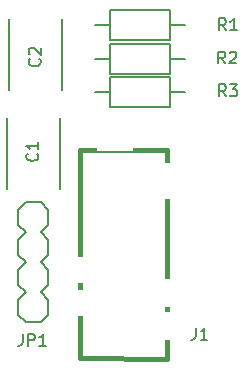
<source format=gto>
G04 #@! TF.FileFunction,Legend,Top*
%FSLAX46Y46*%
G04 Gerber Fmt 4.6, Leading zero omitted, Abs format (unit mm)*
G04 Created by KiCad (PCBNEW 4.0.2-stable) date 6/3/2016 7:26:30 PM*
%MOMM*%
G01*
G04 APERTURE LIST*
%ADD10C,0.150000*%
%ADD11C,0.381000*%
%ADD12C,0.203200*%
%ADD13C,2.248980*%
%ADD14R,3.050000X2.250000*%
%ADD15R,3.050000X2.450000*%
%ADD16R,3.050000X3.050000*%
%ADD17C,1.950000*%
%ADD18C,2.129600*%
%ADD19C,3.450000*%
%ADD20R,1.650000X1.650000*%
%ADD21C,1.650000*%
G04 APERTURE END LIST*
D10*
X9450000Y29100000D02*
X14530000Y29100000D01*
X14530000Y29100000D02*
X14530000Y26560000D01*
X14530000Y26560000D02*
X9450000Y26560000D01*
X9450000Y26560000D02*
X9450000Y29100000D01*
X9450000Y27830000D02*
X8180000Y27830000D01*
X14530000Y27830000D02*
X15800000Y27830000D01*
D11*
X14290000Y17225000D02*
X6890000Y17225000D01*
X6890000Y17225000D02*
X6890000Y-400000D01*
X6890000Y-400000D02*
X14290000Y-450000D01*
X14290000Y-450000D02*
X14290000Y17225000D01*
D12*
X4230000Y4550000D02*
X4230000Y3280000D01*
X4230000Y3280000D02*
X3595000Y2645000D01*
X2325000Y2645000D02*
X1690000Y3280000D01*
X3595000Y7725000D02*
X4230000Y7090000D01*
X4230000Y7090000D02*
X4230000Y5820000D01*
X4230000Y5820000D02*
X3595000Y5185000D01*
X2325000Y5185000D02*
X1690000Y5820000D01*
X1690000Y5820000D02*
X1690000Y7090000D01*
X1690000Y7090000D02*
X2325000Y7725000D01*
X4230000Y4550000D02*
X3595000Y5185000D01*
X2325000Y5185000D02*
X1690000Y4550000D01*
X1690000Y3280000D02*
X1690000Y4550000D01*
X4230000Y12170000D02*
X4230000Y10900000D01*
X4230000Y10900000D02*
X3595000Y10265000D01*
X2325000Y10265000D02*
X1690000Y10900000D01*
X3595000Y10265000D02*
X4230000Y9630000D01*
X4230000Y9630000D02*
X4230000Y8360000D01*
X4230000Y8360000D02*
X3595000Y7725000D01*
X2325000Y7725000D02*
X1690000Y8360000D01*
X1690000Y8360000D02*
X1690000Y9630000D01*
X1690000Y9630000D02*
X2325000Y10265000D01*
X3595000Y12805000D02*
X2325000Y12805000D01*
X4230000Y12170000D02*
X3595000Y12805000D01*
X2325000Y12805000D02*
X1690000Y12170000D01*
X1690000Y10900000D02*
X1690000Y12170000D01*
X3595000Y2645000D02*
X2325000Y2645000D01*
D10*
X14540000Y23710000D02*
X9460000Y23710000D01*
X9460000Y23710000D02*
X9460000Y26250000D01*
X9460000Y26250000D02*
X14540000Y26250000D01*
X14540000Y26250000D02*
X14540000Y23710000D01*
X14540000Y24980000D02*
X15810000Y24980000D01*
X9460000Y24980000D02*
X8190000Y24980000D01*
X14550000Y20880000D02*
X9470000Y20880000D01*
X9470000Y20880000D02*
X9470000Y23420000D01*
X9470000Y23420000D02*
X14550000Y23420000D01*
X14550000Y23420000D02*
X14550000Y20880000D01*
X14550000Y22150000D02*
X15820000Y22150000D01*
X9470000Y22150000D02*
X8200000Y22150000D01*
X710000Y13960000D02*
X710000Y19960000D01*
X5210000Y19960000D02*
X5210000Y13960000D01*
X5370000Y28330000D02*
X5370000Y22330000D01*
X870000Y22330000D02*
X870000Y28330000D01*
X7834490Y27830000D02*
G75*
G03X7834490Y27830000I-924490J0D01*
G01*
X17994490Y27830000D02*
G75*
G03X17994490Y27830000I-924490J0D01*
G01*
X11365000Y6275000D02*
G75*
G03X11365000Y6275000I-775000J0D01*
G01*
X11365000Y13275000D02*
G75*
G03X11365000Y13275000I-775000J0D01*
G01*
X18004490Y24980000D02*
G75*
G03X18004490Y24980000I-924490J0D01*
G01*
X7844490Y24980000D02*
G75*
G03X7844490Y24980000I-924490J0D01*
G01*
X18014490Y22150000D02*
G75*
G03X18014490Y22150000I-924490J0D01*
G01*
X7854490Y22150000D02*
G75*
G03X7854490Y22150000I-924490J0D01*
G01*
X19845000Y12465000D02*
G75*
G03X19845000Y12465000I-1525000J0D01*
G01*
X3585000Y19460000D02*
G75*
G03X3585000Y19460000I-625000J0D01*
G01*
X3745000Y22830000D02*
G75*
G03X3745000Y22830000I-625000J0D01*
G01*
X19263334Y27377619D02*
X18930000Y27853810D01*
X18691905Y27377619D02*
X18691905Y28377619D01*
X19072858Y28377619D01*
X19168096Y28330000D01*
X19215715Y28282381D01*
X19263334Y28187143D01*
X19263334Y28044286D01*
X19215715Y27949048D01*
X19168096Y27901429D01*
X19072858Y27853810D01*
X18691905Y27853810D01*
X20215715Y27377619D02*
X19644286Y27377619D01*
X19930000Y27377619D02*
X19930000Y28377619D01*
X19834762Y28234762D01*
X19739524Y28139524D01*
X19644286Y28091905D01*
X16696667Y2167619D02*
X16696667Y1453333D01*
X16649047Y1310476D01*
X16553809Y1215238D01*
X16410952Y1167619D01*
X16315714Y1167619D01*
X17696667Y1167619D02*
X17125238Y1167619D01*
X17410952Y1167619D02*
X17410952Y2167619D01*
X17315714Y2024762D01*
X17220476Y1929524D01*
X17125238Y1881905D01*
X2056667Y1667619D02*
X2056667Y953333D01*
X2009047Y810476D01*
X1913809Y715238D01*
X1770952Y667619D01*
X1675714Y667619D01*
X2532857Y667619D02*
X2532857Y1667619D01*
X2913810Y1667619D01*
X3009048Y1620000D01*
X3056667Y1572381D01*
X3104286Y1477143D01*
X3104286Y1334286D01*
X3056667Y1239048D01*
X3009048Y1191429D01*
X2913810Y1143810D01*
X2532857Y1143810D01*
X4056667Y667619D02*
X3485238Y667619D01*
X3770952Y667619D02*
X3770952Y1667619D01*
X3675714Y1524762D01*
X3580476Y1429524D01*
X3485238Y1381905D01*
X19203334Y24577619D02*
X18870000Y25053810D01*
X18631905Y24577619D02*
X18631905Y25577619D01*
X19012858Y25577619D01*
X19108096Y25530000D01*
X19155715Y25482381D01*
X19203334Y25387143D01*
X19203334Y25244286D01*
X19155715Y25149048D01*
X19108096Y25101429D01*
X19012858Y25053810D01*
X18631905Y25053810D01*
X19584286Y25482381D02*
X19631905Y25530000D01*
X19727143Y25577619D01*
X19965239Y25577619D01*
X20060477Y25530000D01*
X20108096Y25482381D01*
X20155715Y25387143D01*
X20155715Y25291905D01*
X20108096Y25149048D01*
X19536667Y24577619D01*
X20155715Y24577619D01*
X19263334Y21787619D02*
X18930000Y22263810D01*
X18691905Y21787619D02*
X18691905Y22787619D01*
X19072858Y22787619D01*
X19168096Y22740000D01*
X19215715Y22692381D01*
X19263334Y22597143D01*
X19263334Y22454286D01*
X19215715Y22359048D01*
X19168096Y22311429D01*
X19072858Y22263810D01*
X18691905Y22263810D01*
X19596667Y22787619D02*
X20215715Y22787619D01*
X19882381Y22406667D01*
X20025239Y22406667D01*
X20120477Y22359048D01*
X20168096Y22311429D01*
X20215715Y22216190D01*
X20215715Y21978095D01*
X20168096Y21882857D01*
X20120477Y21835238D01*
X20025239Y21787619D01*
X19739524Y21787619D01*
X19644286Y21835238D01*
X19596667Y21882857D01*
X3287143Y16923334D02*
X3334762Y16875715D01*
X3382381Y16732858D01*
X3382381Y16637620D01*
X3334762Y16494762D01*
X3239524Y16399524D01*
X3144286Y16351905D01*
X2953810Y16304286D01*
X2810952Y16304286D01*
X2620476Y16351905D01*
X2525238Y16399524D01*
X2430000Y16494762D01*
X2382381Y16637620D01*
X2382381Y16732858D01*
X2430000Y16875715D01*
X2477619Y16923334D01*
X3382381Y17875715D02*
X3382381Y17304286D01*
X3382381Y17590000D02*
X2382381Y17590000D01*
X2525238Y17494762D01*
X2620476Y17399524D01*
X2668095Y17304286D01*
X3477143Y24963334D02*
X3524762Y24915715D01*
X3572381Y24772858D01*
X3572381Y24677620D01*
X3524762Y24534762D01*
X3429524Y24439524D01*
X3334286Y24391905D01*
X3143810Y24344286D01*
X3000952Y24344286D01*
X2810476Y24391905D01*
X2715238Y24439524D01*
X2620000Y24534762D01*
X2572381Y24677620D01*
X2572381Y24772858D01*
X2620000Y24915715D01*
X2667619Y24963334D01*
X2667619Y25344286D02*
X2620000Y25391905D01*
X2572381Y25487143D01*
X2572381Y25725239D01*
X2620000Y25820477D01*
X2667619Y25868096D01*
X2762857Y25915715D01*
X2858095Y25915715D01*
X3000952Y25868096D01*
X3572381Y25296667D01*
X3572381Y25915715D01*
%LPC*%
D13*
X6910000Y27830000D03*
X17070000Y27830000D03*
D14*
X6990000Y4275000D03*
X6990000Y7075000D03*
D15*
X14190000Y5175000D03*
X14190000Y2375000D03*
D16*
X14190000Y14575000D03*
X9840000Y18675000D03*
D17*
X10590000Y6275000D03*
X10590000Y13275000D03*
D18*
X2960000Y8995000D03*
X2960000Y6455000D03*
X2960000Y3915000D03*
X2960000Y11535000D03*
D13*
X17080000Y24980000D03*
X6920000Y24980000D03*
X17090000Y22150000D03*
X6930000Y22150000D03*
D19*
X18320000Y12465000D03*
D20*
X2960000Y14460000D03*
D21*
X2960000Y19460000D03*
D20*
X3120000Y27830000D03*
D21*
X3120000Y22830000D03*
M02*

</source>
